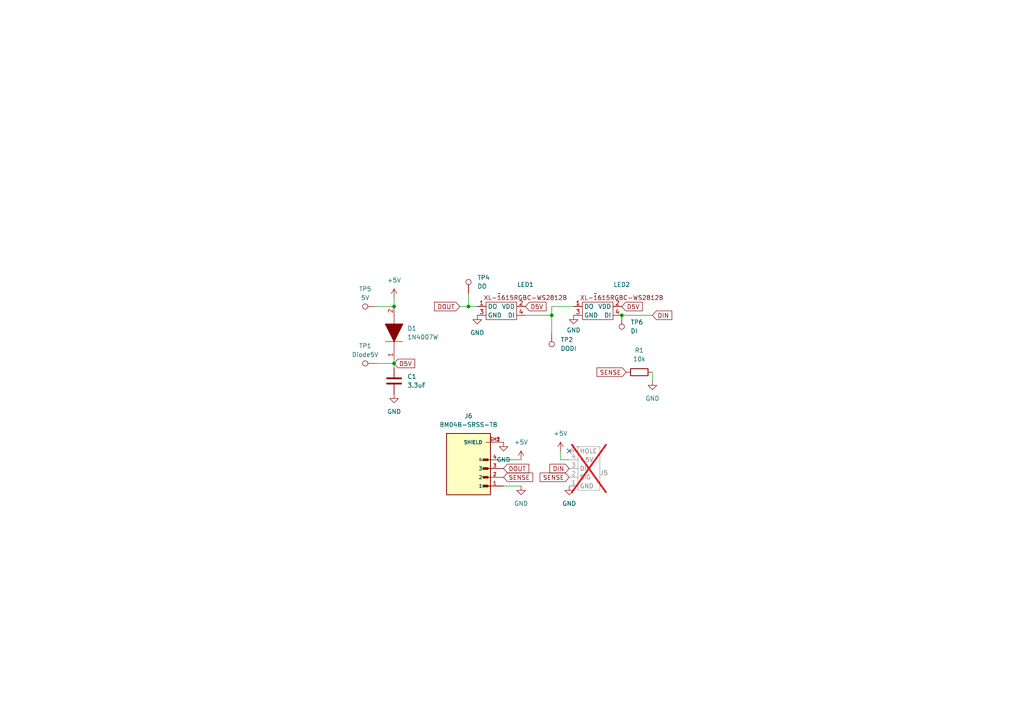
<source format=kicad_sch>
(kicad_sch (version 20231120) (generator "eeschema") (generator_version "8.0")
  (paper "A4")
  (title_block (title "Bottom PCB Schematic") (date "2024-02-10") (rev "1.0.0") (company "Block Party"))
  (lib_symbols
    (symbol "1N4007W:1N4007W" (pin_names (offset 0.762))
      (property "Reference" "D" (at 11.43 5.08 0))
      (property "Value" "1N4007W" (at 11.43 2.54 0))
      (symbol "1N4007W_0_0"
        (pin passive line (at 0 0 0) (length 2.54) (name "~") (number "1"))
        (pin passive line (at 15.24 0 180) (length 2.54) (name "~") (number "2"))
      )
      (symbol "1N4007W_0_1"
        (polyline (pts (xy 2.54 0) (xy 5.08 0)) (stroke (width 0.1524)))
        (polyline (pts (xy 5.08 2.54) (xy 5.08 -2.54)) (stroke (width 0.1524)))
        (polyline (pts (xy 10.16 0) (xy 12.7 0)) (stroke (width 0.1524)))
        (polyline (pts (xy 5.08 0) (xy 10.16 2.54) (xy 10.16 -2.54) (xy 5.08 0)) (stroke (width 0.254)) (fill (type outline)))
      )
    )
    (symbol "4328:4328" (pin_names (offset 1.016))
      (property "Reference" "J" (at -6.35 11.43 0))
      (property "Value" "4328" (at -6.604 -10.414 0))
      (symbol "4328_0_0"
        (rectangle (start -6.35 -7.62) (end 6.35 10.16) (stroke (width 0.254)) (fill (type background)))
        (rectangle (start -5.715 -0.3175) (end -4.1275 0.3175) (stroke (width 0.1)) (fill (type outline)))
        (rectangle (start -5.715 2.2225) (end -4.1275 2.8575) (stroke (width 0.1)) (fill (type outline)))
        (rectangle (start -5.715 4.7625) (end -4.1275 5.3975) (stroke (width 0.1)) (fill (type outline)))
        (rectangle (start -5.715 7.3025) (end -4.1275 7.9375) (stroke (width 0.1)) (fill (type outline)))
        (pin passive line (at -10.16 7.62 0) (length 5.08) (name "1") (number "1"))
        (pin passive line (at -10.16 5.08 0) (length 5.08) (name "2") (number "2"))
        (pin passive line (at -10.16 2.54 0) (length 5.08) (name "3") (number "3"))
        (pin passive line (at -10.16 0 0) (length 5.08) (name "4") (number "4"))
        (pin passive line (at -10.16 -5.08 0) (length 5.08) (name "SHIELD") (number "SH1"))
        (pin passive line (at -10.16 -5.08 0) (length 5.08) (name "SHIELD") (number "SH2"))
      )
    )
    (symbol "Connector:TestPoint" (pin_numbers hide) (pin_names (offset 0.762) hide)
      (property "Reference" "TP" (at 0 6.858 0))
      (property "Value" "TestPoint" (at 0 5.08 0))
      (symbol "TestPoint_0_1"
        (circle (center 0 3.302) (radius 0.762))
      )
      (symbol "TestPoint_1_1"
        (pin passive line (at 0 0 90) (length 2.54) (name "1") (number "1"))
      )
    )
    (symbol "Device:C" (pin_numbers hide) (pin_names (offset 0.254))
      (property "Reference" "C" (at 0.635 2.54 0))
      (property "Value" "C" (at 0.635 -2.54 0))
      (symbol "C_0_1"
        (polyline (pts (xy -2.032 -0.762) (xy 2.032 -0.762)) (stroke (width 0.508)))
        (polyline (pts (xy -2.032 0.762) (xy 2.032 0.762)) (stroke (width 0.508)))
      )
      (symbol "C_1_1"
        (pin passive line (at 0 3.81 270) (length 2.794) (name "~") (number "1"))
        (pin passive line (at 0 -3.81 90) (length 2.794) (name "~") (number "2"))
      )
    )
    (symbol "Device:R" (pin_numbers hide) (pin_names (offset 0))
      (property "Reference" "R" (at 2.032 0 90))
      (property "Value" "R" (at 0 0 90))
      (symbol "R_0_1"
        (rectangle (start -1.016 -2.54) (end 1.016 2.54) (stroke (width 0.254)))
      )
      (symbol "R_1_1"
        (pin passive line (at 0 3.81 270) (length 1.27) (name "~") (number "1"))
        (pin passive line (at 0 -3.81 90) (length 1.27) (name "~") (number "2"))
      )
    )
    (symbol "Quinn_lib:Bottom_Block"
      (property "Reference" "J" (at 2.54 1.27 0))
      (symbol "Bottom_Block_0_1"
        (rectangle (start 0 0) (end 6.35 -12.7))
      )
      (symbol "Bottom_Block_1_1"
        (pin power_in line (at -2.54 -11.43 0) (length 2.54) (name "GND") (number "1"))
        (pin output line (at -2.54 -8.89 0) (length 2.54) (name "SIG") (number "2"))
        (pin input line (at -2.54 -6.35 0) (length 2.54) (name "DIN") (number "3"))
        (pin power_in line (at -2.54 -3.81 0) (length 2.54) (name "+5V") (number "4"))
        (pin output line (at -2.54 -1.27 0) (length 2.54) (name "HOLE") (number "5"))
      )
    )
    (symbol "Quinn_lib:XL-1615RGBC-WS2812B"
      (property "Reference" "LED" (at -1.27 1.27 0))
      (symbol "XL-1615RGBC-WS2812B_0_1"
        (rectangle (start -3.81 -2.54) (end 5.08 -7.62))
      )
      (symbol "XL-1615RGBC-WS2812B_1_1"
        (text "XL-1615RGBC-WS2812B" (at 7.62 -1.27 0) (effects (font (size 1.27 1.27))))
        (pin input line (at -6.35 -3.81 0) (length 2.54) (name "DO") (number "1"))
        (pin input line (at 7.62 -3.81 180) (length 2.54) (name "VDD") (number "2"))
        (pin input line (at -6.35 -6.35 0) (length 2.54) (name "GND") (number "3"))
        (pin input line (at 7.62 -6.35 180) (length 2.54) (name "DI") (number "4"))
      )
    )
    (symbol "power:+5V" (power) (pin_names (offset 0))
      (property "Value" "+5V" (at 0 3.556 0))
      (symbol "+5V_0_1"
        (polyline (pts (xy -0.762 1.27) (xy 0 2.54)))
        (polyline (pts (xy 0 0) (xy 0 2.54)))
        (polyline (pts (xy 0 2.54) (xy 0.762 1.27)))
      )
      (symbol "+5V_1_1"
        (pin power_in line (at 0 0 90) (length 0) hide (name "+5V") (number "1"))
      )
    )
    (symbol "power:GND" (power) (pin_names (offset 0))
      (property "Value" "GND" (at 0 -3.81 0))
      (symbol "GND_0_1"
        (polyline (pts (xy 0 0) (xy 0 -1.27) (xy 1.27 -1.27) (xy 0 -2.54) (xy -1.27 -1.27) (xy 0 -1.27)))
      )
      (symbol "GND_1_1"
        (pin power_in line (at 0 0 270) (length 0) hide (name "GND") (number "1"))
      )
    )
  )
  (junction (at 180.34 91.44))
  (junction (at 114.3 105.41))
  (junction (at 114.3 88.9))
  (junction (at 160.02 91.44))
  (junction (at 135.89 88.9))
  (no_connect (at 165.1 130.81))
  (wire (pts (xy 160.02 96.52) (xy 160.02 91.44)))
  (wire (pts (xy 133.35 88.9) (xy 135.89 88.9)))
  (wire (pts (xy 166.37 88.9) (xy 160.02 88.9)))
  (wire (pts (xy 135.89 85.09) (xy 135.89 88.9)))
  (wire (pts (xy 135.89 88.9) (xy 138.43 88.9)))
  (wire (pts (xy 151.13 140.97) (xy 146.05 140.97)))
  (wire (pts (xy 189.23 110.49) (xy 189.23 107.95)))
  (wire (pts (xy 114.3 86.36) (xy 114.3 88.9)))
  (wire (pts (xy 160.02 88.9) (xy 160.02 91.44)))
  (wire (pts (xy 162.56 133.35) (xy 165.1 133.35)))
  (wire (pts (xy 162.56 130.81) (xy 162.56 133.35)))
  (wire (pts (xy 151.13 133.35) (xy 146.05 133.35)))
  (wire (pts (xy 189.23 91.44) (xy 180.34 91.44)))
  (wire (pts (xy 114.3 105.41) (xy 114.3 106.68)))
  (wire (pts (xy 160.02 91.44) (xy 152.4 91.44)))
  (wire (pts (xy 109.22 88.9) (xy 114.3 88.9)))
  (wire (pts (xy 114.3 104.14) (xy 114.3 105.41)))
  (wire (pts (xy 109.22 105.41) (xy 114.3 105.41)))
  (global_label "DIN" (shape input) (at 189.23 91.44 0) (property "Intersheetrefs" "${INTERSHEET_REFS}" (effects (hide yes))))
  (global_label "D5V" (shape input) (at 114.3 105.41 0) (property "Intersheetrefs" "${INTERSHEET_REFS}" (effects (hide yes))))
  (global_label "D5V" (shape input) (at 152.4 88.9 0) (property "Intersheetrefs" "${INTERSHEET_REFS}" (effects (hide yes))))
  (global_label "SENSE" (shape input) (at 146.05 138.43 0) (property "Intersheetrefs" "${INTERSHEET_REFS}" (effects (hide yes))))
  (global_label "DOUT" (shape input) (at 146.05 135.89 0) (property "Intersheetrefs" "${INTERSHEET_REFS}" (effects (hide yes))))
  (global_label "DIN" (shape input) (at 165.1 135.89 180) (property "Intersheetrefs" "${INTERSHEET_REFS}" (effects (hide yes))))
  (global_label "SENSE" (shape input) (at 165.1 138.43 180) (property "Intersheetrefs" "${INTERSHEET_REFS}" (effects (hide yes))))
  (global_label "SENSE" (shape input) (at 181.61 107.95 180) (property "Intersheetrefs" "${INTERSHEET_REFS}" (effects (hide yes))))
  (global_label "D5V" (shape input) (at 180.34 88.9 0) (property "Intersheetrefs" "${INTERSHEET_REFS}" (effects (hide yes))))
  (global_label "DOUT" (shape input) (at 133.35 88.9 180) (property "Intersheetrefs" "${INTERSHEET_REFS}" (effects (hide yes))))
  (symbol (lib_id "power:GND") (at 165.1 140.97 0) (unit 1)
    (property "Reference" "#PWR08" (effects (hide yes)))
    (property "Value" "GND" (at 165.1 146.05 0))
  )
  (symbol (lib_id "power:GND") (at 189.23 110.49 0) (unit 1)
    (property "Reference" "#PWR02" (effects (hide yes)))
    (property "Value" "GND" (at 189.23 115.57 0))
  )
  (symbol (lib_id "4328:4328") (at 135.89 133.35 180) (unit 1)
    (property "Reference" "J6" (at 135.89 120.65 0))
    (property "Value" "BM04B-SRSS-TB" (at 135.89 123.19 0))
    (property "Footprint" "adafruit-jst-4328:ADAFRUIT_4328" (effects (hide yes)))
    (property "MF" "Adafruit" (effects (hide yes)))
    (property "MAXIMUM_PACKAGE_HEIGHT" "4.25mm" (effects (hide yes)))
    (property "Package" "None" (effects (hide yes)))
    (property "Price" "None" (effects (hide yes)))
    (property "Check_prices" "https://www.snapeda.com/parts/4328/Adafruit+Industries/view-part/?ref=eda" (effects (hide yes)))
    (property "STANDARD" "Manufacturer Recommendations" (effects (hide yes)))
    (property "PARTREV" "23/3/21" (effects (hide yes)))
    (property "SnapEDA_Link" "https://www.snapeda.com/parts/4328/Adafruit+Industries/view-part/?ref=snap" (effects (hide yes)))
    (property "MP" "4328" (effects (hide yes)))
    (property "Purchase-URL" "https://www.snapeda.com/api/url_track_click_mouser/?unipart_id=12414535&manufacturer=Adafruit&part_name=4328&search_term=jst sh 4-pin" (effects (hide yes)))
    (property "Description_1" "\nAdafruit Accessories JST SH 4-pin Vertical Connector (10-pack) - Qwiic Compatible\n" (effects (hide yes)))
    (property "Availability" "In Stock" (effects (hide yes)))
    (property "MANUFACTURER" "JST" (effects (hide yes)))
    (property "Manufacturer_Part_Number" "BM04B-SRSS-TB" (effects (hide yes)))
  )
  (symbol (lib_id "power:+5V") (at 151.13 133.35 0) (unit 1)
    (property "Reference" "#PWR06" (effects (hide yes)))
    (property "Value" "+5V" (at 151.13 128.27 0))
  )
  (symbol (lib_id "Device:C") (at 114.3 110.49 0) (unit 1)
    (property "Reference" "C1" (at 118.11 109.22 0) (effects (justify left)))
    (property "Value" "3.3uF" (at 118.11 111.76 0) (effects (justify left)))
    (property "Footprint" "Capacitor_SMD:C_0805_2012Metric" (effects (hide yes)))
    (property "MANUFACTURER" "Samwha Capacitor" (effects (hide yes)))
    (property "Manufacturer_Part_Number" "CS2012X5R475K500NRE" (effects (hide yes)))
  )
  (symbol (lib_id "1N4007W:1N4007W") (at 114.3 104.14 90) (unit 1)
    (property "Reference" "D1" (at 118.11 95.25 90) (effects (justify right)))
    (property "Value" "1N4007W" (at 118.11 97.79 90) (effects (justify right)))
    (property "Footprint" "KiCad:1N4007W" (effects (hide yes)))
    (property "Datasheet" "https://datasheet.lcsc.com/szlcsc/Shandong-Jingdao-Microelectronics-1N4007W_C108803.pdf" (effects (hide yes)))
    (property "Description" "Marking Code A1-A7 Simplified outline SOD-123FL and symbol Marking Code A1-A7 Simplified outline SOD-123FL and symbol" (effects (hide yes)))
    (property "Height" "1.1" (effects (hide yes)))
    (property "Manufacturer_Name" "Jingdao Microelectronics" (effects (hide yes)))
    (property "Manufacturer_Part_Number" "1N4007W" (effects (hide yes)))
  )
  (symbol (lib_id "power:+5V") (at 114.3 86.36 0) (unit 1)
    (property "Reference" "#PWR01" (effects (hide yes)))
    (property "Value" "+5V" (at 114.3 81.28 0))
  )
  (symbol (lib_id "Connector:TestPoint") (at 109.22 105.41 90) (unit 1)
    (property "Reference" "TP1" (at 105.918 100.33 90))
    (property "Value" "Diode5V" (at 105.918 102.87 90))
    (property "Footprint" "TestPoint:TestPoint_Pad_D1.0mm" (effects (hide yes)))
    (property "Description" "test point" (effects (hide yes)))
  )
  (symbol (lib_id "Connector:TestPoint") (at 109.22 88.9 90) (unit 1)
    (property "Reference" "TP5" (at 105.918 83.82 90))
    (property "Value" "5V" (at 105.918 86.36 90))
    (property "Footprint" "TestPoint:TestPoint_Pad_D1.0mm" (effects (hide yes)))
    (property "Description" "test point" (effects (hide yes)))
  )
  (symbol (lib_id "power:GND") (at 146.05 128.27 0) (unit 1)
    (property "Reference" "#PWR010" (effects (hide yes)))
    (property "Value" "GND" (at 146.05 133.35 0))
  )
  (symbol (lib_id "Connector:TestPoint") (at 135.89 85.09 0) (unit 1)
    (property "Reference" "TP4" (at 138.43 80.5179 0) (effects (justify left)))
    (property "Value" "DO" (at 138.43 83.0579 0) (effects (justify left)))
    (property "Footprint" "TestPoint:TestPoint_Pad_D1.0mm" (effects (hide yes)))
    (property "Description" "test point" (effects (hide yes)))
  )
  (symbol (lib_id "Quinn_lib:Bottom_Block") (at 167.64 129.54 0) (unit 1) (in_bom no) (dnp yes)
    (property "Reference" "J5" (at 173.99 137.16 0) (effects (justify left)))
    (property "Value" "~" (at 167.64 129.54 0))
    (property "Footprint" "Quinn_lib:Bottom Block Connector" (effects (hide yes)))
  )
  (symbol (lib_id "Connector:TestPoint") (at 160.02 96.52 180) (unit 1)
    (property "Reference" "TP2" (at 162.56 98.5519 0) (effects (justify right)))
    (property "Value" "DODI" (at 162.56 101.0919 0) (effects (justify right)))
    (property "Footprint" "TestPoint:TestPoint_Pad_D1.0mm" (effects (hide yes)))
    (property "Description" "test point" (effects (hide yes)))
  )
  (symbol (lib_id "Device:R") (at 185.42 107.95 90) (unit 1)
    (property "Reference" "R1" (at 185.42 101.6 90))
    (property "Value" "10k" (at 185.42 104.14 90))
    (property "Footprint" "Resistor_SMD:R_0805_2012Metric" (effects (hide yes)))
    (property "MANUFACTURER" "YAGEO" (effects (hide yes)))
    (property "Manufacturer_Part_Number" "AC0805FR-0710KL" (effects (hide yes)))
  )
  (symbol (lib_id "power:GND") (at 151.13 140.97 0) (unit 1)
    (property "Reference" "#PWR07" (effects (hide yes)))
    (property "Value" "GND" (at 151.13 146.05 0))
  )
  (symbol (lib_id "power:GND") (at 166.37 91.44 0) (unit 1)
    (property "Reference" "#PWR05" (effects (hide yes)))
    (property "Value" "GND" (at 166.37 95.758 0))
  )
  (symbol (lib_id "power:+5V") (at 162.56 130.81 0) (unit 1)
    (property "Reference" "#PWR09" (effects (hide yes)))
    (property "Value" "+5V" (at 162.56 125.73 0))
  )
  (symbol (lib_id "Quinn_lib:XL-1615RGBC-WS2812B") (at 172.72 85.09 0) (unit 1)
    (property "Reference" "LED2" (at 180.34 82.55 0))
    (property "Value" "~" (at 172.72 85.09 0))
    (property "Footprint" "Quinn_lib:XL-1615RGBC-WS2812B" (effects (hide yes)))
    (property "MANUFACTURER" "XINGLIGHT " (effects (hide yes)))
    (property "Manufacturer_Part_Number" "XL-1615RGBC-RF" (effects (hide yes)))
  )
  (symbol (lib_id "Connector:TestPoint") (at 180.34 91.44 180) (unit 1)
    (property "Reference" "TP6" (at 182.88 93.4719 0) (effects (justify right)))
    (property "Value" "DI" (at 182.88 96.0119 0) (effects (justify right)))
    (property "Footprint" "TestPoint:TestPoint_Pad_D1.0mm" (effects (hide yes)))
    (property "Description" "test point" (effects (hide yes)))
  )
  (symbol (lib_id "power:GND") (at 138.43 91.44 0) (unit 1)
    (property "Reference" "#PWR04" (effects (hide yes)))
    (property "Value" "GND" (at 138.43 96.52 0))
  )
  (symbol (lib_id "Quinn_lib:XL-1615RGBC-WS2812B") (at 144.78 85.09 0) (unit 1)
    (property "Reference" "LED1" (at 152.4 82.55 0))
    (property "Value" "~" (at 144.78 85.09 0))
    (property "Footprint" "Quinn_lib:XL-1615RGBC-WS2812B" (effects (hide yes)))
    (property "MANUFACTURER" "XINGLIGHT " (effects (hide yes)))
    (property "Manufacturer_Part_Number" "XL-1615RGBC-RF" (effects (hide yes)))
  )
  (symbol (lib_id "power:GND") (at 114.3 114.3 0) (unit 1)
    (property "Reference" "#PWR03" (effects (hide yes)))
    (property "Value" "GND" (at 114.3 119.38 0))
  )
)
</source>
